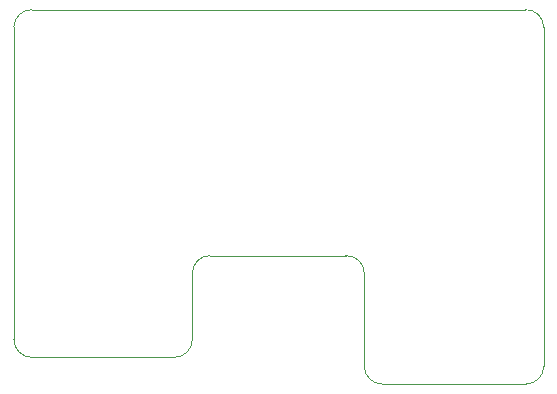
<source format=gbr>
%TF.GenerationSoftware,KiCad,Pcbnew,(6.0.5-0)*%
%TF.CreationDate,2022-05-22T19:36:29+08:00*%
%TF.ProjectId,StealthBurner,53746561-6c74-4684-9275-726e65722e6b,rev?*%
%TF.SameCoordinates,Original*%
%TF.FileFunction,Profile,NP*%
%FSLAX46Y46*%
G04 Gerber Fmt 4.6, Leading zero omitted, Abs format (unit mm)*
G04 Created by KiCad (PCBNEW (6.0.5-0)) date 2022-05-22 19:36:29*
%MOMM*%
%LPD*%
G01*
G04 APERTURE LIST*
%TA.AperFunction,Profile*%
%ADD10C,0.100000*%
%TD*%
G04 APERTURE END LIST*
D10*
X125625998Y-90392458D02*
X125625998Y-116858539D01*
X155295610Y-119126000D02*
G75*
G03*
X156795610Y-120625990I1499890J-100D01*
G01*
X170487310Y-119125990D02*
X170487310Y-90426568D01*
X155295600Y-111252418D02*
X155295600Y-119126000D01*
X139229788Y-118358488D02*
G75*
G03*
X140729788Y-116858529I12J1499988D01*
G01*
X142229788Y-109753788D02*
X153731468Y-109753788D01*
X168987310Y-120626010D02*
G75*
G03*
X170487310Y-119125990I90J1499910D01*
G01*
X127125998Y-88927967D02*
G75*
G03*
X125625998Y-90392458I2J-1500433D01*
G01*
X156795610Y-120625990D02*
X168987310Y-120625990D01*
X142229788Y-109753788D02*
G75*
G03*
X140729788Y-111253788I-88J-1499912D01*
G01*
X168923178Y-88927938D02*
X127125998Y-88927938D01*
X139229788Y-118358529D02*
X127126008Y-118358529D01*
X170487307Y-90426568D02*
G75*
G03*
X168923178Y-88927938I-1500607J-632D01*
G01*
X125626071Y-116858539D02*
G75*
G03*
X127126008Y-118358529I1499929J-61D01*
G01*
X140729788Y-116858529D02*
X140729788Y-111253788D01*
X155295606Y-111252418D02*
G75*
G03*
X153731468Y-109753788I-1499506J518D01*
G01*
M02*

</source>
